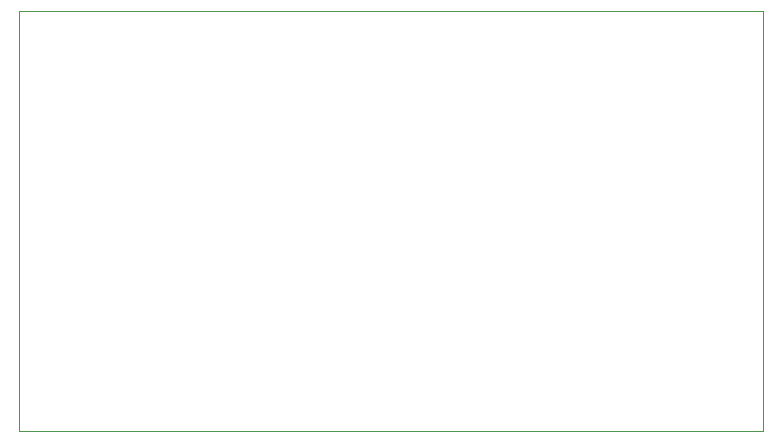
<source format=gbr>
%TF.GenerationSoftware,KiCad,Pcbnew,8.0.4+1*%
%TF.CreationDate,2024-10-01T16:26:02+00:00*%
%TF.ProjectId,t1,74312e6b-6963-4616-945f-706362585858,WIP*%
%TF.SameCoordinates,Original*%
%TF.FileFunction,Profile,NP*%
%FSLAX46Y46*%
G04 Gerber Fmt 4.6, Leading zero omitted, Abs format (unit mm)*
G04 Created by KiCad (PCBNEW 8.0.4+1) date 2024-10-01 16:26:02*
%MOMM*%
%LPD*%
G01*
G04 APERTURE LIST*
%TA.AperFunction,Profile*%
%ADD10C,0.050000*%
%TD*%
G04 APERTURE END LIST*
D10*
X119000000Y-101300000D02*
X182000000Y-101300000D01*
X182000000Y-101300000D02*
X182000000Y-65700000D01*
X119000000Y-65700000D02*
X119000000Y-101300000D01*
X182000000Y-65700000D02*
X119000000Y-65700000D01*
M02*

</source>
